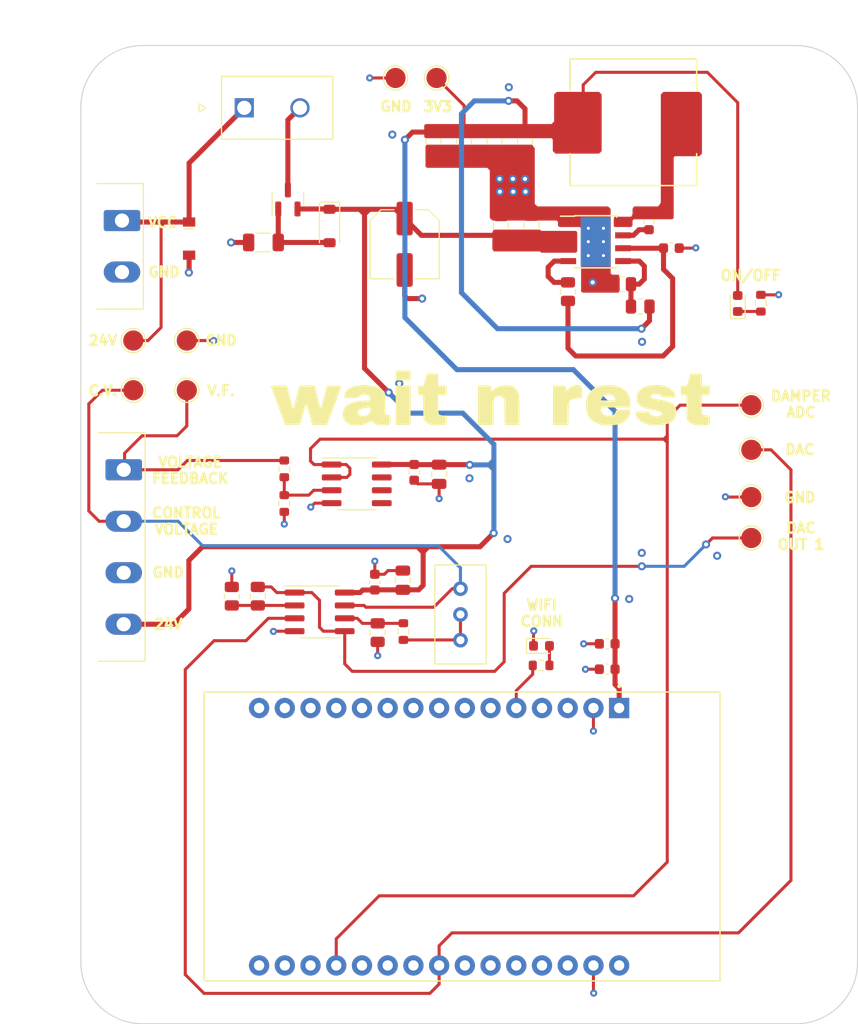
<source format=kicad_pcb>
(kicad_pcb (version 20221018) (generator pcbnew)
  (layers (0 "F.Cu" signal) (1 "In1.Cu" power) (2 "In2.Cu" power) (31 "B.Cu" signal) (34 "B.Paste" user) (35 "F.Paste" user) (36 "B.SilkS" user "B.Silkscreen") (37 "F.SilkS" user "F.Silkscreen") (38 "B.Mask" user) (39 "F.Mask" user) (44 "Edge.Cuts" user))
  (net 0 "")
  (net 1 "+24V")
  (net 2 "GND")
  (net 3 "Net-(U100-VCC)")
  (net 4 "Net-(U100-SW)")
  (net 5 "Net-(U100-BOOT)")
  (net 6 "+3V3")
  (net 7 "Net-(D101-A)")
  (net 8 "Net-(D102-K)")
  (net 9 "Net-(D200-A)")
  (net 10 "/POWER/V_INPUT")
  (net 11 "/POWER/switch")
  (net 12 "/MCU_Drivers/DAMPER_VOLTAGE")
  (net 13 "/MCU_Drivers/DAMPER_CONTROL_VOLTAGE")
  (net 14 "Net-(U100-PG)")
  (net 15 "Net-(U100-FB)")
  (net 16 "Net-(U200-D4)")
  (net 17 "Net-(U2A--)")
  (net 18 "/MCU_Drivers/DAC_OUT_1")
  (net 19 "Net-(U2B--)")
  (net 20 "Net-(R204-Pad2)")
  (net 21 "Net-(U3A-+)")
  (net 22 "/MCU_Drivers/DAC")
  (net 23 "/MCU_Drivers/DAMPER_ADC")
  (footprint "LOGO" (layer "F.Cu") (at 141.5796 81.4578)
    (fp_text reference "G***" hide)
    (fp_text value "LOGO" hide)
  )
  (footprint "MountingHole:MountingHole_3.2mm_M3" (layer "F.Cu") (at 171.45 53.0352)
    (fp_text reference "H2" hide)
    (fp_text value "MountingHole")
  )
  (footprint "TestPoint:TestPoint_Pad_D2.0mm" (layer "F.Cu") (at 106.299 75.692 180)
    (fp_text reference "TP101" hide)
    (fp_text value "TestPoint")
  )
  (footprint "Capacitor_SMD:C_0805_2012Metric" (layer "F.Cu") (at 142.5956 64.3636 90)
    (fp_text reference "C102" hide)
    (fp_text value "220n")
  )
  (footprint "Connector_Phoenix_MSTB:PhoenixContact_MSTBA_2,5_4-G-5,08_1x04_P5.08mm_Horizontal" (layer "F.Cu") (at 105.3514 88.4428 -90)
    (fp_text reference "J200" hide)
    (fp_text value "Damper_Conn")
  )
  (footprint "Resistor_SMD:R_0603_1608Metric" (layer "F.Cu") (at 168.275 72.009 -90)
    (fp_text reference "R104" hide)
    (fp_text value "1k")
  )
  (footprint "Capacitor_SMD:C_0805_2012Metric" (layer "F.Cu") (at 132.9182 99.3394 -90)
    (fp_text reference "C202" hide)
    (fp_text value "10u")
  )
  (footprint "TestPoint:TestPoint_Pad_D2.0mm" (layer "F.Cu") (at 167.3352 86.4756)
    (fp_text reference "TP201" hide)
    (fp_text value "TestPoint")
  )
  (footprint "Resistor_SMD:R_0603_1608Metric" (layer "F.Cu") (at 132.969 104.4072 -90)
    (fp_text reference "R204" hide)
    (fp_text value "1K")
  )
  (footprint "Resistor_SMD:R_0805_2012Metric" (layer "F.Cu") (at 149.225 70.866 -90)
    (fp_text reference "R101" hide)
    (fp_text value "100k")
  )
  (footprint "MountingHole:MountingHole_3.2mm_M3" (layer "F.Cu") (at 107.315 53.0352)
    (fp_text reference "H1" hide)
    (fp_text value "MountingHole")
  )
  (footprint "TestPoint:TestPoint_Pad_D2.0mm" (layer "F.Cu") (at 111.5822 75.692 180)
    (fp_text reference "TP100" hide)
    (fp_text value "TestPoint")
  )
  (footprint "Resistor_SMD:R_0805_2012Metric" (layer "F.Cu") (at 130.429 104.5088 90)
    (fp_text reference "R203" hide)
    (fp_text value "10K")
  )
  (footprint "Inductor_SMD_Jose:L_12.3x12.3" (layer "F.Cu") (at 155.5556 54.0258 180)
    (fp_text reference "L100" hide)
    (fp_text value "10u")
  )
  (footprint "Capacitor_SMD:C_0805_2012Metric" (layer "F.Cu") (at 136.4996 88.8868 90)
    (fp_text reference "C204" hide)
    (fp_text value "10u")
  )
  (footprint "Package_SO:SOIC-8_3.9x4.9mm_P1.27mm" (layer "F.Cu") (at 124.7028 102.4636)
    (fp_text reference "U2" hide)
    (fp_text value "LM358")
  )
  (footprint "TestPoint:TestPoint_Pad_D2.0mm" (layer "F.Cu") (at 132.1956 49.784 -90)
    (fp_text reference "TP103" hide)
    (fp_text value "TestPoint")
  )
  (footprint "Capacitor_SMD:C_0805_2012Metric" (layer "F.Cu") (at 145.6182 64.3382 90)
    (fp_text reference "C101" hide)
    (fp_text value "10u")
  )
  (footprint "Capacitor_SMD:C_0603_1608Metric" (layer "F.Cu") (at 157.226 63.9826 -90)
    (fp_text reference "C104" hide)
    (fp_text value "0.1u")
  )
  (footprint "Package_TO_SOT_SMD:SOT-23" (layer "F.Cu") (at 121.5644 61.7728 90)
    (fp_text reference "Q100" hide)
    (fp_text value "WST4045")
  )
  (footprint "Molex_39281023:MOLEX_39281023" (layer "F.Cu") (at 117.2582 52.7304 90)
    (fp_text reference "J101" hide)
    (fp_text value "SWITCH ON/OFF")
  )
  (footprint "ESP32:MODULE_ESP32_DEVKIT_V1" (layer "F.Cu") (at 138.7656 124.6506 -90)
    (fp_text reference "U200" hide)
    (fp_text value "ESP32-DEVKIT-V1")
  )
  (footprint "Package_SO:SOIC-8_3.9x4.9mm_P1.27mm" (layer "F.Cu") (at 128.3604 89.8312)
    (fp_text reference "U3" hide)
    (fp_text value "LM358")
  )
  (footprint "MountingHole:MountingHole_3.2mm_M3" (layer "F.Cu") (at 171.45 136.7282)
    (fp_text reference "H3" hide)
    (fp_text value "MountingHole")
  )
  (footprint "Resistor_SMD:R_0805_2012Metric" (layer "F.Cu") (at 156.3624 72.3392 180)
    (fp_text reference "R102" hide)
    (fp_text value "100k")
  )
  (footprint "Resistor_SMD:R_0805_2012Metric" (layer "F.Cu") (at 116.0272 100.9161 -90)
    (fp_text reference "R201" hide)
    (fp_text value "15k")
  )
  (footprint "Capacitor_SMD:C_0603_1608Metric" (layer "F.Cu") (at 153.0988 108.1232 180)
    (fp_text reference "C200" hide)
    (fp_text value "100n")
  )
  (footprint "Capacitor_SMD:C_0805_2012Metric" (layer "F.Cu") (at 135.9532 56.073 90)
    (fp_text reference "C105" hide)
    (fp_text value "22u")
  )
  (footprint "Capacitor_SMD:C_0603_1608Metric" (layer "F.Cu") (at 130.1496 99.5296 90)
    (fp_text reference "C203" hide)
    (fp_text value "100n")
  )
  (footprint "LED_SMD:LED_0603_1608Metric" (layer "F.Cu") (at 146.6098 105.8164)
    (fp_text reference "D200" hide)
    (fp_text value "GREEN")
  )
  (footprint "TestPoint:TestPoint_Pad_D2.0mm" (layer "F.Cu") (at 106.299 80.5942)
    (fp_text reference "TP203" hide)
    (fp_text value "TestPoint")
  )
  (footprint "Capacitor_SMD:C_0805_2012Metric" (layer "F.Cu") (at 141.9732 56.073 90)
    (fp_text reference "C107" hide)
    (fp_text value "22u")
  )
  (footprint "TestPoint:TestPoint_Pad_D2.0mm" (layer "F.Cu") (at 136.2456 49.784 -90)
    (fp_text reference "TP102" hide)
    (fp_text value "TestPoint")
  )
  (footprint "Capacitor_SMD:C_0603_1608Metric" (layer "F.Cu") (at 153.0988 105.6132 180)
    (fp_text reference "C201" hide)
    (fp_text value "10u")
  )
  (footprint "Capacitor_SMD:C_0603_1608Metric" (layer "F.Cu") (at 159.4358 66.5734 180)
    (fp_text reference "C103" hide)
    (fp_text value "1u")
  )
  (footprint "Potentiometer_THT:Potentiometer_Bourns_3296W_Vertical" (layer "F.Cu") (at 138.6078 100.1776 90)
    (fp_text reference "RV200" hide)
    (fp_text value "10K")
  )
  (footprint "Resistor_SMD:R_0805_2012Metric" (layer "F.Cu") (at 118.5926 100.9161 90)
    (fp_text reference "R202" hide)
    (fp_text value "10k")
  )
  (footprint "Capacitor_SMD:C_0805_2012Metric" (layer "F.Cu") (at 138.9632 56.073 90)
    (fp_text reference "C106" hide)
    (fp_text value "22u")
  )
  (footprint "TestPoint:TestPoint_Pad_D2.0mm" (layer "F.Cu") (at 167.3352 95.1738)
    (fp_text reference "TP202" hide)
    (fp_text value "TestPoint")
  )
  (footprint "Resistor_SMD:R_0805_2012Metric" (layer "F.Cu") (at 154.5336 70.1294 180)
    (fp_text reference "R103" hide)
    (fp_text value "43.2k")
  )
  (footprint "Resistor_SMD:R_0603_1608Metric" (layer "F.Cu") (at 121.2088 91.7702 90)
    (fp_text reference "R206" hide)
    (fp_text value "1K")
  )
  (footprint "Diode_SMD:D_SOD-123" (layer "F.Cu") (at 125.6792 64.39 -90)
    (fp_text reference "D101" hide)
    (fp_text value "MMSZ4697T1G")
  )
  (footprint "MountingHole:MountingHole_3.2mm_M3" (layer "F.Cu") (at 107.315 136.7282)
    (fp_text reference "H4" hide)
    (fp_text value "MountingHole")
  )
  (footprint "Connector_Phoenix_MSTB:PhoenixContact_MSTBA_2,5_2-G-5,08_1x02_P5.08mm_Horizontal" (layer "F.Cu") (at 105.1814 63.8556 -90)
    (fp_text reference "J100" hide)
    (fp_text value "VCC INPUT")
  )
  (footprint "LED_SMD:LED_0603_1608Metric" (layer "F.Cu") (at 165.989 72.0344 90)
    (fp_text reference "D102" hide)
    (fp_text value "GREEN")
  )
  (footprint "Package_SO:Texas_HSOP-8-1EP_3.9x4.9mm_P1.27mm_ThermalVias" (layer "F.Cu") (at 151.9578 65.9488)
    (fp_text reference "U100" hide)
    (fp_text value "LMR33620ADDA")
  )
  (footprint "Capacitor_SMD:C_Elec_6.3x5.4" (layer "F.Cu") (at 133.096 66.1924 -90)
    (fp_text reference "C100" hide)
    (fp_text value "22u")
  )
  (footprint "Capacitor_SMD:C_0603_1608Metric" (layer "F.Cu") (at 134.0358 88.6966 -90)
    (fp_text reference "C205" hide)
    (fp_text value "100n")
  )
  (footprint "SOD_123FL:SOD_123FL" (layer "F.Cu") (at 111.8108 65.7606 -90)
    (fp_text reference "D100" hide)
    (fp_text value "SMF24A-TP")
  )
  (footprint "Resistor_SMD:R_0603_1608Metric" (layer "F.Cu") (at 121.2088 88.3534 90)
    (fp_text reference "R205" hide)
    (fp_text value "1K")
  )
  (footprint "TestPoint:TestPoint_Pad_D2.0mm" (layer "F.Cu") (at 167.3352 82.0674)
    (fp_text reference "TP205" hide)
    (fp_text value "TestPoint")
  )
  (footprint "Capacitor_SMD:C_0805_2012Metric" (layer "F.Cu") (at 144.9832 56.073 90)
    (fp_text reference "C108" hide)
    (fp_text value "22u")
  )
  (footprint "Resistor_SMD:R_0603_1608Metric" (layer "F.Cu") (at 146.5712 107.7468)
    (fp_text reference "R200" hide)
    (fp_text value "1k")
  )
  (footprint "TestPoint:TestPoint_Pad_D2.0mm" (layer "F.Cu") (at 167.3352 91.1352)
    (fp_text reference "TP200" hide)
    (fp_text value "TestPoint")
  )
  (footprint "TestPoint:TestPoint_Pad_D2.0mm" (layer "F.Cu") (at 111.5822 80.5942)
    (fp_text reference "TP204" hide)
    (fp_text value "TestPoint")
  )
  (footprint "Resistor_SMD:R_1206_3216Metric" (layer "F.Cu") (at 119.1514 66.0146 180)
    (fp_text reference "R100" hide)
    (fp_text value "100K")
  )
  (gr_arc (start 107.2134 143.1036) (mid 102.902877 141.318123) (end 101.1174 137.0076) (stroke (width 0.1)) (layer "Edge.Cuts"))
  (gr_arc (start 101.1174 52.6796) (mid 102.902877 48.369077) (end 107.2134 46.5836) (stroke (width 0.1)) (layer "Edge.Cuts"))
  (gr_line (start 177.8254 52.6796) (end 177.8254 137.0076) (stroke (width 0.1)) (layer "Edge.Cuts"))
  (gr_arc (start 171.7294 46.5836) (mid 176.039923 48.369077) (end 177.8254 52.6796) (stroke (width 0.1)) (layer "Edge.Cuts"))
  (gr_line (start 101.1174 52.6796) (end 101.1174 137.0076) (stroke (width 0.1)) (layer "Edge.Cuts"))
  (gr_line (start 107.2134 143.1036) (end 171.7294 143.1036) (stroke (width 0.1)) (layer "Edge.Cuts"))
  (gr_arc (start 177.8254 137.0076) (mid 176.039923 141.318123) (end 171.7294 143.1036) (stroke (width 0.1)) (layer "Edge.Cuts"))
  (gr_line (start 107.2134 46.5836) (end 171.7294 46.5836) (stroke (width 0.1)) (layer "Edge.Cuts"))
  (gr_text "GND" (at 108.0516 99.1616) (layer "F.SilkS") (effects (font (size 1 1) (thickness 0.25) bold) (justify left bottom)))
  (gr_text "3V3" (at 134.8232 53.1876) (layer "F.SilkS") (effects (font (size 1 1) (thickness 0.25) bold) (justify left bottom)))
  (gr_text "V.F." (at 113.474476 81.2292) (layer "F.SilkS") (effects (font (size 1 1) (thickness 0.25) bold) (justify left bottom)))
  (gr_text "CONTROL\nVOLTAGE" (at 111.5314 94.8944) (layer "F.SilkS") (effects (font (size 1 1) (thickness 0.25) bold) (justify bottom)))
  (gr_text "C.V." (at 101.727 81.2292) (layer "F.SilkS") (effects (font (size 1 1) (thickness 0.25) bold) (justify left bottom)))
  (gr_text "WIFI\nCONN" (at 146.6342 103.9876) (layer "F.SilkS") (effects (font (size 1 1) (thickness 0.25) bold) (justify bottom)))
  (gr_text "VOLTAGE\nFEEDBACK" (at 111.9124 89.8906) (layer "F.SilkS") (effects (font (size 1 1) (thickness 0.25) bold) (justify bottom)))
  (gr_text "DAC" (at 170.533829 87.0458) (layer "F.SilkS") (effects (font (size 1 1) (thickness 0.25) bold) (justify left bottom)))
  (gr_text "24V" (at 108.204 104.267) (layer "F.SilkS") (effects (font (size 1 1) (thickness 0.25) bold) (justify left bottom)))
  (gr_text "GND" (at 130.556 53.1876) (layer "F.SilkS") (effects (font (size 1 1) (thickness 0.25) bold) (justify left bottom)))
  (gr_text "VCC" (at 107.6198 64.643) (layer "F.SilkS") (effects (font (size 1 1) (thickness 0.25) bold) (justify left bottom)))
  (gr_text "DAC\nOUT 1" (at 172.2374 96.393) (layer "F.SilkS") (effects (font (size 1 1) (thickness 0.25) bold) (justify bottom)))
  (gr_text "ON/OFF" (at 164.1602 69.85) (layer "F.SilkS") (effects (font (size 1 1) (thickness 0.25) bold) (justify left bottom)))
  (gr_text "24V" (at 101.750809 76.2762) (layer "F.SilkS") (effects (font (size 1 1) (thickness 0.25) bold) (justify left bottom)))
  (gr_text "GND" (at 107.6452 69.5198) (layer "F.SilkS") (effects (font (size 1 1) (thickness 0.25) bold) (justify left bottom)))
  (gr_text "DAMPER\nADC" (at 172.2374 83.3628) (layer "F.SilkS") (effects (font (size 1 1) (thickness 0.25) bold) (justify bottom)))
  (gr_text "GND" (at 170.438591 91.7702) (layer "F.SilkS") (effects (font (size 1 1) (thickness 0.25) bold) (justify left bottom)))
  (gr_text "GND" (at 113.284 76.2762) (layer "F.SilkS") (effects (font (size 1 1) (thickness 0.25) bold) (justify left bottom)))
  (segment (start 141.8844 94.6912) (end 140.5382 96.0374) (width 0.5) (layer "F.Cu") (net 1))
  (segment (start 134.9248 99.8474) (end 134.4828 100.2894) (width 0.5) (layer "F.Cu") (net 1))
  (segment (start 136.4996 87.9368) (end 134.051 87.9368) (width 0.5) (layer "F.Cu") (net 1))
  (segment (start 111.7854 102.1842) (end 110.2868 103.6828) (width 0.5) (layer "F.Cu") (net 1))
  (segment (start 139.4988 87.9368) (end 139.5222 87.9602) (width 0.5) (layer "F.Cu") (net 1))
  (segment (start 129.6162 62.74) (end 132.1811 62.74) (width 0.5) (layer "F.Cu") (net 1))
  (segment (start 134.366 96.0374) (end 134.8994 96.5708) (width 0.5) (layer "F.Cu") (net 1))
  (segment (start 134.9248 96.0374) (end 134.366 96.0374) (width 0.5) (layer "F.Cu") (net 1))
  (segment (start 134.9248 99.8474) (end 134.9248 96.5708) (width 0.5) (layer "F.Cu") (net 1))
  (segment (start 110.2868 103.6828) (end 105.4354 103.6828) (width 0.5) (layer "F.Cu") (net 1))
  (segment (start 111.7854 97.3836) (end 111.7854 102.1842) (width 0.5) (layer "F.Cu") (net 1))
  (segment (start 130.1496 100.3046) (end 128.9558 100.3046) (width 0.5) (layer "F.Cu") (net 1))
  (segment (start 128.6764 62.7634) (end 129.1336 63.2206) (width 0.5) (layer "F.Cu") (net 1))
  (segment (start 129.1336 63.2206) (end 129.1336 78.4352) (width 0.5) (layer "F.Cu") (net 1))
  (segment (start 129.1356 63.2206) (end 129.6162 62.74) (width 0.5) (layer "F.Cu") (net 1))
  (segment (start 140.5382 96.0374) (end 135.4328 96.0374) (width 0.5) (layer "F.Cu") (net 1))
  (segment (start 113.1316 96.0374) (end 111.7854 97.3836) (width 0.5) (layer "F.Cu") (net 1))
  (segment (start 128.6764 62.74) (end 128.6764 62.7634) (width 0.5) (layer "F.Cu") (net 1))
  (segment (start 122.5144 62.7103) (end 125.6495 62.7103) (width 0.5) (layer "F.Cu") (net 1))
  (segment (start 134.366 96.0374) (end 113.1316 96.0374) (width 0.5) (layer "F.Cu") (net 1))
  (segment (start 125.6495 62.7103) (end 125.6792 62.74) (width 0.5) (layer "F.Cu") (net 1))
  (segment (start 128.7018 100.5586) (end 127.1778 100.5586) (width 0.5) (layer "F.Cu") (net 1))
  (segment (start 128.6764 62.74) (end 129.1336 62.74) (width 0.5) (layer "F.Cu") (net 1))
  (segment (start 134.8994 96.5708) (end 135.4328 96.0374) (width 0.5) (layer "F.Cu") (net 1))
  (segment (start 128.9558 100.3046) (end 128.7018 100.5586) (width 0.5) (layer "F.Cu") (net 1))
  (segment (start 133.096 63.6549) (end 134.7547 65.3136) (width 0.5) (layer "F.Cu") (net 1))
  (segment (start 134.0358 87.9216) (end 130.84 87.9216) (width 0.5) (layer "F.Cu") (net 1))
  (segment (start 132.9182 100.2894) (end 130.1648 100.2894) (width 0.5) (layer "F.Cu") (net 1))
  (segment (start 130.84 87.9216) (end 130.8354 87.9262) (width 0.5) (layer "F.Cu") (net 1))
  (segment (start 134.7547 65.3136) (end 142.5956 65.3136) (width 0.5) (layer "F.Cu") (net 1))
  (segment (start 134.4828 100.2894) (end 132.9182 100.2894) (width 0.5) (layer "F.Cu") (net 1))
  (segment (start 136.4996 87.9368) (end 139.4988 87.9368) (width 0.5) (layer "F.Cu") (net 1))
  (segment (start 129.1336 63.2206) (end 129.1356 63.2206) (width 0.5) (layer "F.Cu") (net 1))
  (segment (start 134.8994 96.5708) (end 134.9248 96.5708) (width 0.5) (layer "F.Cu") (net 1))
  (segment (start 134.9248 96.5708) (end 134.9248 96.0374) (width 0.5) (layer "F.Cu") (net 1))
  (segment (start 129.1336 62.74) (end 129.6162 62.74) (width 0.5) (layer "F.Cu") (net 1))
  (segment (start 125.6792 62.74) (end 128.6764 62.74) (width 0.5) (layer "F.Cu") (net 1))
  (segment (start 132.1811 62.74) (end 133.096 63.6549) (width 0.5) (layer "F.Cu") (net 1))
  (segment (start 135.4328 96.0374) (end 134.9248 96.0374) (width 0.5) (layer "F.Cu") (net 1))
  (segment (start 134.051 87.9368) (end 134.0358 87.9216) (width 0.5) (layer "F.Cu") (net 1))
  (segment (start 129.1336 78.4352) (end 131.5212 80.8228) (width 0.5) (layer "F.Cu") (net 1))
  (segment (start 149.2322 65.2882) (end 149.2578 65.3138) (width 0.5) (layer "F.Cu") (net 1))
  (segment (start 130.1648 100.2894) (end 130.1496 100.3046) (width 0.5) (layer "F.Cu") (net 1))
  (segment (start 145.5928 65.3136) (end 145.6182 65.2882) (width 0.5) (layer "F.Cu") (net 1))
  (segment (start 129.1336 62.74) (end 129.1336 63.2206) (width 0.5) (layer "F.Cu") (net 1))
  (via (at 131.5212 80.8228) (size 0.8) (drill 0.4) (layers "F.Cu" "B.Cu") (net 1))
  (via (at 139.5222 87.9602) (size 0.8) (drill 0.4) (layers "F.Cu" "B.Cu") (net 1))
  (via (at 141.8844 94.6912) (size 0.8) (drill 0.4) (layers "F.Cu" "B.Cu") (net 1))
  (segment (start 141.9098 85.9282) (end 141.9098 87.503) (width 0.5) (layer "B.Cu") (net 1))
  (segment (start 141.9098 87.9348) (end 141.9098 88.4174) (width 0.5) (layer "B.Cu") (net 1))
  (segment (start 141.9098 87.503) (end 141.9098 87.9348) (width 0.5) (layer "B.Cu") (net 1))
  (segment (start 141.4526 87.9602) (end 141.9098 88.4174) (width 0.5) (layer "B.Cu") (net 1))
  (segment (start 141.9098 88.4174) (end 141.9098 94.6658) (width 0.5) (layer "B.Cu") (net 1))
  (segment (start 138.8364 82.8548) (end 141.9098 85.9282) (width 0.5) (layer "B.Cu") (net 1))
  (segment (start 141.4526 87.9602) (end 141.9098 87.503) (width 0.5) (layer "B.Cu") (net 1))
  (segment (start 141.4526 87.9602) (end 141.8844 87.9602) (width 0.5) (layer "B.Cu") (net 1))
  (segment (start 139.5222 87.9602) (end 141.4526 87.9602) (width 0.5) (layer "B.Cu") (net 1))
  (segment (start 131.5212 80.8228) (end 133.5532 82.8548) (width 0.5) (layer "B.Cu") (net 1))
  (segment (start 133.5532 82.8548) (end 138.8364 82.8548) (width 0.5) (layer "B.Cu") (net 1))
  (segment (start 141.9098 94.6658) (end 141.8844 94.6912) (width 0.5) (layer "B.Cu") (net 1))
  (segment (start 141.8844 87.9602) (end 141.9098 87.9348) (width 0.5) (layer "B.Cu") (net 1))
  (segment (start 134.0358 89.4716) (end 134.401 89.8368) (width 0.3) (layer "F.Cu") (net 2))
  (segment (start 133.096 68.7299) (end 133.096 71.2978) (width 0.5) (layer "F.Cu") (net 2))
  (segment (start 116.0272 100.0036) (end 116.0272 98.425) (width 0.3) (layer "F.Cu") (net 2))
  (segment (start 151.7396 140.0556) (end 151.765 140.081) (width 0.3) (layer "F.Cu") (net 2))
  (segment (start 145.8223 104.3677) (end 145.8468 104.3432) (width 0.3) (layer "F.Cu") (net 2))
  (segment (start 152.3238 108.1232) (end 150.9568 108.1232) (width 0.3) (layer "F.Cu") (net 2))
  (segment (start 121.2088 92.5952) (end 121.2088 93.8022) (width 0.3) (layer "F.Cu") (net 2))
  (segment (start 130.1496 98.7546) (end 131.09 98.7546) (width 0.3) (layer "F.Cu") (net 2))
  (segment (start 152.3238 105.6132) (end 150.7744 105.6132) (width 0.3) (layer "F.Cu") (net 2))
  (segment (start 120.1674 104.3686) (end 120.142 104.394) (width 0.3) (layer "F.Cu") (net 2))
  (segment (start 111.8108 68.961) (end 111.7854 68.9864) (width 0.5) (layer "F.Cu") (net 2))
  (segment (start 134.401 89.8368) (end 136.4996 89.8368) (width 0.3) (layer "F.Cu") (net 2))
  (segment (start 145.8223 105.8164) (end 145.8223 104.3677) (width 0.3) (layer "F.Cu") (net 2))
  (segment (start 170.0144 71.184) (end 170.0276 71.1708) (width 0.3) (layer "F.Cu") (net 2))
  (segment (start 167.3352 91.1352) (end 164.7952 91.1352) (width 0.3) (layer "F.Cu") (net 2))
  (segment (start 124.2146 91.7362) (end 123.825 92.1258) (width 0.3) (layer "F.Cu") (net 2))
  (segment (start 161.8234 66.5734) (end 161.8488 66.548) (width 0.3) (layer "F.Cu") (net 2))
  (segment (start 168.275 71.184) (end 170.0144 71.184) (width 0.3) (layer "F.Cu") (net 2))
  (segment (start 131.4552 98.3894) (end 132.9182 98.3894) (width 0.3) (layer "F.Cu") (net 2))
  (segment (start 151.7396 137.3632) (end 151.7396 140.0556) (width 0.3) (layer "F.Cu") (net 2))
  (segment (start 131.09 98.7546) (end 131.4552 98.3894) (width 0.3) (layer "F.Cu") (net 2))
  (segment (start 125.8854 91.7362) (end 124.2146 91.7362) (width 0.3) (layer "F.Cu") (net 2))
  (segment (start 122.2278 104.3686) (end 120.1674 104.3686) (width 0.3) (layer "F.Cu") (net 2))
  (segment (start 136.4996 89.8368) (end 136.4996 91.2876) (width 0.3) (layer "F.Cu") (net 2))
  (segment (start 133.096 71.2978) (end 133.35 71.5518) (width 0.5) (layer "F.Cu") (net 2))
  (segment (start 130.1496 98.7546) (end 130.1496 97.4598) (width 0.3) (layer "F.Cu") (net 2))
  (segment (start 150.9568 108.1232) (end 150.9522 108.1278) (width 0.3) (layer "F.Cu") (net 2))
  (segment (start 164.7952 91.1352) (end 164.7698 91.1098) (width 0.3) (layer "F.Cu") (net 2))
  (segment (start 160.2108 66.5734) (end 161.8234 66.5734) (width 0.3) (layer "F.Cu") (net 2))
  (segment (start 130.429 105.4213) (end 130.429 106.7816) (width 0.3) (layer "F.Cu") (net 2))
  (segment (start 132.1956 49.784) (end 129.6416 49.784) (width 0.3) (layer "F.Cu") (net 2))
  (segment (start 151.7396 111.9632) (end 151.7396 114.2238) (width 0.3) (layer "F.Cu") (net 2))
  (segment (start 111.8108 67.2686) (end 111.8108 68.961) (width 0.5) (layer "F.Cu") (net 2))
  (segment (start 133.35 71.5518) (end 134.8232 71.5518) (width 0.5) (layer "F.Cu") (net 2))
  (segment (start 117.6889 66.0146) (end 115.951 66.0146) (width 0.5) (layer "F.Cu") (net 2))
  (segment (start 111.5822 75.692) (end 114.2492 75.692) (width 0.3) (layer "F.Cu") (net 2))
  (via (at 121.2088 93.8022) (size 0.7) (drill 0.3) (layers "F.Cu" "B.Cu") (net 2))
  (via (at 134.8232 71.5518) (size 0.8) (drill 0.4) (layers "F.Cu" "B.Cu") (net 2))
  (via (at 143.8148 61.0108) (size 0.8) (drill 0.4) (layers "F.Cu" "B.Cu") (net 2))
  (via (at 145.034 61.0108) (size 0.8) (drill 0.4) (layers "F.Cu" "B.Cu") (net 2))
  (via (at 143.256 95.2754) (size 0.8) (drill 0.4) (layers "F.Cu" "B.Cu") (net 2))
  (via (at 164.7698 91.1098) (size 0.7) (drill 0.3) (layers "F.Cu" "B.Cu") (net 2))
  (via (at 156.5402 75.819) (size 0.8) (drill 0.4) (layers "F.Cu" "B.Cu") (net 2))
  (via (at 151.2316 64.6176) (size 0.7) (drill 0.3) (layers "F.Cu" "B.Cu") (net 2))
  (via (at 132.5626 79.9338) (size 0.8) (drill 0.4) (layers "F.Cu" "B.Cu") (net 2))
  (via (at 151.7396 114.2238) (size 0.7) (drill 0.3) (layers "F.Cu" "B.Cu") (net 2))
  (via (at 161.8488 66.548) (size 0.7) (drill 0.3) (layers "F.Cu" "B.Cu") (net 2))
  (via (at 156.5148 96.647) (size 0.8) (drill 0.4) (layers "F.Cu" "B.Cu") (net 2))
  (via (at 151.2316 67.31) (size 0.7) (drill 0.3) (layers "F.Cu" "B.Cu") (net 2))
  (via (at 136.4996 91.2876) (size 0.7) (drill 0.3) (layers "F.Cu" "B.Cu") (net 2))
  (via (at 144.9832 59.7408) (size 0.8) (drill 0.4) (layers "F.Cu" "B.Cu") (net 2))
  (via (at 152.7302 67.31) (size 0.7) (drill 0.3) (layers "F.Cu" "B.Cu") (net 2))
  (via (at 151.2316 65.9384) (size 0.7) (drill 0.3) (layers "F.Cu" "B.Cu") (net 2))
  (via (at 170.0276 71.1708) (size 0.7) (drill 0.3) (layers "F.Cu" "B.Cu") (net 2))
  (via (at 155.2702 101.1936) (size 0.8) (drill 0.4) (layers "F.Cu" "B.Cu") (net 2))
  (via (at 143.383 50.6984) (size 0.8) (drill 0.4) (layers "F.Cu" "B.Cu") (net 2))
  (via (at 130.429 106.7816) (size 0.7) (drill 0.3) (layers "F.Cu" "B.Cu") (net 2))
  (via (at 152.7302 65.9384) (size 0.7) (drill 0.3) (layers "F.Cu" "B.Cu") (net 2))
  (via (at 139.4968 89.281) (size 0.8) (drill 0.4) (layers "F.Cu" "B.Cu") (net 2))
  (via (at 120.142 104.394) (size 0.7) (drill 0.3) (layers "F.Cu" "B.Cu") (net 2))
  (via (at 142.494 61.0108) (size 0.8) (drill 0.4) (layers "F.Cu" "B.Cu") (net 2))
  (via (at 142.4686 59.7408) (size 0.8) (drill 0.4) (layers "F.Cu" "B.Cu") (net 2))
  (via (at 143.7894 59.7408) (size 0.8) (drill 0.4) (layers "F.Cu" "B.Cu") (net 2))
  (via (at 150.9522 108.1278) (size 0.7) (drill 0.3) (layers "F.Cu" "B.Cu") (net 2))
  (via (at 114.2492 75.692) (size 0.7) (drill 0.3) (layers "F.Cu" "B.Cu") (net 2))
  (via (at 130.1496 97.4598) (size 0.7) (drill 0.3) (layers "F.Cu" "B.Cu") (net 2))
  (via (at 145.8468 104.3432) (size 0.7) (drill 0.3) (layers "F.Cu" "B.Cu") (net 2))
  (via (at 111.7854 68.9864) (size 0.8) (drill 0.4) (layers "F.Cu" "B.Cu") (net 2))
  (via (at 131.8768 55.372) (size 0.8) (drill 0.4) (layers "F.Cu" "B.Cu") (net 2))
  (via (at 151.6634 69.9516) (size 0.8) (drill 0.4) (layers "F.Cu" "B.Cu") (net 2))
  (via (at 151.765 140.081) (size 0.7) (drill 0.3) (layers "F.Cu" "B.Cu") (net 2))
  (via (at 115.951 66.0146) (size 0.8) (drill 0.4) (layers "F.Cu" "B.Cu") (net 2))
  (via (at 123.825 92.1258) (size 0.7) (drill 0.3) (layers "F.Cu" "B.Cu") (net 2))
  (via (at 129.6416 49.784) (size 0.7) (drill 0.3) (layers "F.Cu" "B.Cu") (net 2))
  (via (at 152.7302 64.6176) (size 0.7) (drill 0.3) (layers "F.Cu" "B.Cu") (net 2))
  (via (at 163.957 96.9264) (size 0.8) (drill 0.4) (layers "F.Cu" "B.Cu") (net 2))
  (via (at 116.0272 98.425) (size 0.7) (drill 0.3) (layers "F.Cu" "B.Cu") (net 2))
  (via (at 150.7744 105.6132) (size 0.7) (drill 0.3) (layers "F.Cu" "B.Cu") (net 2))
  (segment (start 149.225 76.454) (end 149.987 77.216) (width 0.5) (layer "F.Cu") (net 3))
  (segment (start 149.225 71.7785) (end 149.225 76.454) (width 0.5) (layer "F.Cu") (net 3))
  (segment (start 158.6504 66.5838) (end 158.6608 66.5734) (width 0.5) (layer "F.Cu") (net 3))
  (segment (start 159.5628 76.2762) (end 159.5628 69.5706) (width 0.5) (layer "F.Cu") (net 3))
  (segment (start 158.623 77.216) (end 159.5628 76.2762) (width 0.5) (layer "F.Cu") (net 3))
  (segment (start 149.987 77.216) (end 158.623 77.216) (width 0.5) (layer "F.Cu") (net 3))
  (segment (start 158.6608 68.6686) (end 158.6608 66.5734) (width 0.5) (layer "F.Cu") (net 3))
  (segment (start 159.5628 69.5706) (end 158.6608 68.6686) (width 0.5) (layer "F.Cu") (net 3))
  (segment (start 154.6578 66.5838) (end 158.6504 66.5838) (width 0.5) (layer "F.Cu") (net 3))
  (segment (start 155.6916 65.3138) (end 156.2478 64.7576) (width 0.5) (layer "F.Cu") (net 5))
  (segment (start 156.2478 64.7576) (end 157.226 64.7576) (width 0.5) (layer "F.Cu") (net 5))
  (segment (start 154.6578 65.3138) (end 155.6916 65.3138) (width 0.5) (layer "F.Cu") (net 5))
  (segment (start 135.9532 55.123) (end 133.8784 55.123) (width 0.5) (layer "F.Cu") (net 6))
  (segment (start 153.8738 108.1232) (end 153.8738 109.627) (width 0.5) (layer "F.Cu") (net 6))
  (segment (start 138.9632 52.5016) (end 138.9632 55.123) (width 0.3) (layer "F.Cu") (net 6))
  (segment (start 144.1958 52.0446) (end 144.9832 52.832) (width 0.5) (layer "F.Cu") (net 6))
  (segment (start 153.8738 109.627) (end 154.2796 110.0328) (width 0.5) (layer "F.Cu") (net 6))
  (segment (start 157.2749 73.7381) (end 156.4894 74.5236) (width 0.5) (layer "F.Cu") (net 6))
  (segment (start 150.7296 54.1528) (end 150.7296 50.4638) (width 0.3) (layer "F.Cu") (net 6))
  (segment (start 144.9832 52.832) (end 144.9832 55.123) (width 0.5) (layer "F.Cu") (net 6))
  (segment (start 133.8784 55.123) (end 133.1214 55.88) (width 0.5) (layer "F.Cu") (net 6))
  (segment (start 165.989 52.2224) (end 165.989 71.2469) (width 0.3) (layer "F.Cu") (net 6))
  (segment (start 157.2749 72.3392) (end 157.2749 73.7381) (width 0.5) (layer "F.Cu") (net 6))
  (segment (start 153.8732 101.1174) (end 153.8732 105.6126) (width 0.5) (layer "F.Cu") (net 6))
  (segment (start 153.8738 105.6132) (end 153.8738 108.1232) (width 0.5) (layer "F.Cu") (net 6))
  (segment (start 153.8732 105.6126) (end 153.8738 105.6132) (width 0.5) (layer "F.Cu") (net 6))
  (segment (start 154.2796 110.0328) (end 154.2796 111.9632) (width 0.5) (layer "F.Cu") (net 6))
  (segment (start 162.9918 49.2252) (end 165.989 52.2224) (width 0.3) (layer "F.Cu") (net 6))
  (segment (start 150.7296 50.4638) (end 151.9682 49.2252) (width 0.3) (layer "F.Cu") (net 6))
  (segment (start 136.2456 49.784) (end 138.9632 52.5016) (width 0.3) (layer "F.Cu") (net 6))
  (segment (start 143.3576 52.0446) (end 144.1958 52.0446) (width 0.5) (layer "F.Cu") (net 6))
  (segment (start 151.9682 49.2252) (end 162.9918 49.2252) (width 0.3) (layer "F.Cu") (net 6))
  (via (at 156.4894 74.5236) (size 0.8) (drill 0.4) (layers "F.Cu" "B.Cu") (net 6))
  (via (at 133.1214 55.88) (size 0.8) (drill 0.4) (layers "F.Cu" "B.Cu") (net 6))
  (via (at 153.8732 101.1174) (size 0.8) (drill 0.4) (layers "F.Cu" "B.Cu") (net 6))
  (via (at 143.3576 52.0446) (size 0.8) (drill 0.4) (layers "F.Cu" "B.Cu") (net 6))
  (segment (start 140.2334 72.4916) (end 138.7094 70.9676) (width 0.5) (layer "B.Cu") (net 6))
  (segment (start 156.4894 74.5236) (end 142.2654 74.5236) (width 0.5) (layer "B.Cu") (net 6))
  (segment (start 139.9794 52.0446) (end 143.3576 52.0446) (width 0.5) (layer "B.Cu") (net 6))
  (segment (start 149.7584 78.5622) (end 153.8732 82.677) (width 0.5) (layer "B.Cu") (net 6))
  (segment (start 138.7094 70.9676) (end 138.7094 53.3146) (width 0.5) (layer "B.Cu") (net 6))
  (segment (start 133.1214 73.4314) (end 138.2522 78.5622) (width 0.5) (layer "B.Cu") (net 6))
  (segment (start 133.1214 55.88) (end 133.1214 73.4314) (width 0.5) (layer "B.Cu") (net 6))
  (segment (start 142.2654 74.5236) (end 140.2334 72.4916) (width 0.5) (layer "B.Cu") (net 6))
  (segment (start 138.7094 53.3146) (end 139.9794 52.0446) (width 0.5) (layer "B.Cu") (net 6))
  (segment (start 138.2522 78.5622) (end 149.7584 78.5622) (width 0.5) (layer "B.Cu") (net 6))
  (segment (start 153.8732 82.677) (end 153.8732 101.1174) (width 0.5) (layer "B.Cu") (net 6))
  (segment (start 125.6538 66.0146) (end 125.6792 66.04) (width 0.5) (layer "F.Cu") (net 7))
  (segment (start 120.6144 62.7103) (end 120.6144 66.0141) (width 0.5) (layer "F.Cu") (net 7))
  (segment (start 120.6139 66.0146) (end 125.6538 66.0146) (width 0.5) (layer "F.Cu") (net 7))
  (segment (start 120.6144 66.0141) (end 120.6139 66.0146) (width 0.5) (layer "F.Cu") (net 7))
  (segment (start 165.989 72.8219) (end 168.2629 72.8219) (width 0.3) (layer "F.Cu") (net 8))
  (segment (start 168.2629 72.8219) (end 168.275 72.834) (width 0.3) (layer "F.Cu") (net 8))
  (segment (start 147.3962 107.7468) (end 147.3962 105.8175) (width 0.3) (layer "F.Cu") (net 9))
  (segment (start 147.3962 105.8175) (end 147.3973 105.8164) (width 0.3) (layer "F.Cu") (net 9))
  (segment (start 111.8108 63.9986) (end 111.8108 58.1778) (width 0.5) (layer "F.Cu") (net 10))
  (segment (start 111.8108 58.1778) (end 117.2582 52.7304) (width 0.5) (layer "F.Cu") (net 10))
  (segment (start 109.0422 64.4144) (end 109.0422 64.3796) (width 0.3) (layer "F.Cu") (net 10))
  (segment (start 109.0422 74.3966) (end 109.0422 64.4144) (width 0.3) (layer "F.Cu") (net 10))
  (segment (start 105.3244 63.9986) (end 108.6612 63.9986) (width 0.5) (layer "F.Cu") (net 10))
  (segment (start 109.0422 63.9986) (end 109.4232 63.9986) (width 0.5) (layer "F.Cu") (net 10))
  (segment (start 105.1814 63.8556) (end 105.3244 63.9986) (width 0.5) (layer "F.Cu") (net 10))
  (segment (start 109.0422 64.3796) (end 109.4232 63.9986) (width 0.3) (layer "F.Cu") (net 10))
  (segment (start 109.4232 63.9986) (end 111.8108 63.9986) (width 0.5) (layer "F.Cu") (net 10))
  (segment (start 109.0422 64.4144) (end 109.0422 63.9986) (width 0.3) (layer "F.Cu") (net 10))
  (segment (start 109.0422 64.3796) (end 108.6612 63.9986) (width 0.3) (layer "F.Cu") (net 10))
  (segment (start 106.299 75.692) (end 107.7468 75.692) (width 0.3) (layer "F.Cu") (net 10))
  (segment (start 107.7468 75.692) (end 109.0422 74.3966) (width 0.3) (layer "F.Cu") (net 10))
  (segment (start 108.6612 63.9986) (end 109.0422 63.9986) (width 0.5) (layer "F.Cu") (net 10))
  (segment (start 121.5644 60.8353) (end 121.5644 53.9242) (width 0.5) (layer "F.Cu") (net 11))
  (segment (start 121.5644 53.9242) (end 122.7582 52.7304) (width 0.5) (layer "F.Cu") (net 11))
  (segment (start 111.633 87.5284) (end 121.2088 87.5284) (width 0.3) (layer "F.Cu") (net 12))
  (segment (start 107.1626 85.09) (end 110.617 85.09) (width 0.3) (layer "F.Cu") (net 12))
  (segment (start 105.4354 86.8172) (end 107.1626 85.09) (width 0.3) (layer "F.Cu") (net 12))
  (segment (start 111.5822 84.1248) (end 111.5822 80.5942) (width 0.3) (layer "F.Cu") (net 12))
  (segment (start 110.617 85.09) (end 111.5822 84.1248) (width 0.3) (layer "F.Cu") (net 12))
  (segment (start 105.4354 88.4428) (end 110.7186 88.4428) (width 0.3) (layer "F.Cu") (net 12))
  (segment (start 105.4354 88.4428) (end 105.4354 86.8172) (width 0.3) (layer "F.Cu") (net 12))
  (segment (start 110.7186 88.4428) (end 111.633 87.5284) (width 0.3) (layer "F.Cu") (net 12))
  (segment (start 106.299 80.5942) (end 103.251 80.5942) (width 0.3) (layer "F.Cu") (net 13))
  (segment (start 129.2606 102.0064) (end 135.9662 102.0064) (width 0.3) (layer "F.Cu") (net 13))
  (segment (start 129.0828 101.8286) (end 129.2606 102.0064) (width 0.3) (layer "F.Cu") (net 13))
  (segment (start 101.9048 92.5068) (end 102.9208 93.5228) (width 0.3) (layer "F.Cu") (net 13))
  (segment (start 127.1778 101.8286) (end 129.0828 101.8286) (width 0.3) (layer "F.Cu") (net 13))
  (segment (start 101.9048 81.9404) (end 101.9048 92.5068) (width 0.3) (layer "F.Cu") (net 13))
  (segment (start 103.251 80.5942) (end 101.9048 81.9404) (width 0.3) (layer "F.Cu") (net 13))
  (segment (start 137.795 100.1776) (end 138.6078 100.1776) (width 0.3) (layer "F.Cu") (net 13))
  (segment (start 135.9662 102.0064) (end 137.795 100.1776) (width 0.3) (layer "F.Cu") (net 13))
  (segment (start 102.9208 93.5228) (end 105.4354 93.5228) (width 0.3) (layer "F.Cu") (net 13))
  (segment (start 113.1316 95.9358) (end 136.4234 95.9358) (width 0.3) (layer "B.Cu") (net 13))
  (segment (start 138.6078 98.1202) (end 138.6078 100.1776) (width 0.3) (layer "B.Cu") (net 13))
  (segment (start 136.4234 95.9358) (end 138.6078 98.1202) (width 0.3) (layer "B.Cu") (net 13))
  (segment (start 110.7186 93.5228) (end 113.1316 95.9358) (width 0.3) (layer "B.Cu") (net 13))
  (segment (start 105.4354 93.5228) (end 110.7186 93.5228) (width 0.3) (layer "B.Cu") (net 13))
  (segment (start 147.8553 69.9535) (end 149.225 69.9535) (width 0.5) (layer "F.Cu") (net 14))
  (segment (start 147.2692 68.453) (end 147.2692 69.3674) (width 0.5) (layer "F.Cu") (net 14))
  (segment (start 147.2692 69.3674) (end 147.8553 69.9535) (width 0.5) (layer "F.Cu") (net 14))
  (segment (start 149.2578 67.8538) (end 147.8684 67.8538) (width 0.5) (layer "F.Cu") (net 14))
  (segment (start 147.8684 67.8538) (end 147.2692 68.453) (width 0.5) (layer "F.Cu") (net 14))
  (segment (start 156.2712 67.8538) (end 156.7688 68.3514) (width 0.5) (layer "F.Cu") (net 15))
  (segment (start 155.4461 72.3354) (end 155.4499 72.3392) (width 0.5) (layer "F.Cu") (net 15))
  (segment (start 155.4461 70.1294) (end 155.4461 72.3354) (width 0.5) (layer "F.Cu") (net 15))
  (segment (start 156.7688 69.6214) (end 156.2608 70.1294) (width 0.5) (layer "F.Cu") (net 15))
  (segment (start 156.2608 70.1294) (end 155.4461 70.1294) (width 0.5) (layer "F.Cu") (net 15))
  (segment (start 154.6578 67.8538) (end 156.2712 67.8538) (width 0.5) (layer "F.Cu") (net 15))
  (segment (start 156.7688 68.3514) (end 156.7688 69.6214) (width 0.5) (layer "F.Cu") (net 15))
  (segment (start 145.7462 108.6094) (end 145.7462 107.7468) (width 0.3) (layer "F.Cu") (net 16))
  (segment (start 144.1196 110.236) (end 145.7462 108.6094) (width 0.3) (layer "F.Cu") (net 16))
  (segment (start 144.1196 111.9632) (end 144.1196 110.236) (width 0.3) (layer "F.Cu") (net 16))
  (segment (start 118.5926 101.8286) (end 116.0272 101.8286) (width 0.3) (layer "F.Cu") (net 17))
  (segment (start 122.2278 101.8286) (end 118.5926 101.8286) (width 0.3) (layer "F.Cu") (net 17))
  (segment (start 145.5928 97.9678) (end 156.5148 97.9678) (width 0.3) (layer "F.Cu") (net 18))
  (segment (start 124.6886 103.9876) (end 125.0696 104.3686) (width 0.3) (layer "F.Cu") (net 18))
  (segment (start 125.0696 104.3686) (end 127.1778 104.3686) (width 0.3) (layer "F.Cu") (net 18))
  (segment (start 141.986 108.331) (end 142.9258 107.3912) (width 0.3) (layer "F.Cu") (net 18))
  (segment (start 127.1778 104.3686) (end 127.1778 107.5944) (width 0.3) (layer "F.Cu") (net 18))
  (segment (start 120.4722 100.5586) (end 119.9172 100.0036) (width 0.3) (layer "F.Cu") (net 18))
  (segment (start 127.9144 108.331) (end 141.986 108.331) (width 0.3) (layer "F.Cu") (net 18))
  (segment (start 142.9258 107.3912) (end 142.9258 100.6348) (width 0.3) (layer "F.Cu") (net 18))
  (segment (start 123.9266 100.5586) (end 124.6886 101.3206) (width 0.3) (layer "F.Cu") (net 18))
  (segment (start 127.1778 107.5944) (end 127.9144 108.331) (width 0.3) (layer "F.Cu") (net 18))
  (segment (start 124.6886 101.3206) (end 124.6886 103.9876) (width 0.3) (layer "F.Cu") (net 18))
  (segment (start 162.8648 95.8088) (end 163.4998 95.1738) (width 0.3) (layer "F.Cu") (net 18))
  (segment (start 142.9258 100.6348) (end 143.9672 99.5934) (width 0.3) (layer "F.Cu") (net 18))
  (segment (start 163.4998 95.1738) (end 167.3352 95.1738) (width 0.3) (layer "F.Cu") (net 18))
  (segment (start 122.2278 100.5586) (end 123.9266 100.5586) (width 0.3) (layer "F.Cu") (net 18))
  (segment (start 122.2278 100.5586) (end 120.4722 100.5586) (width 0.3) (layer "F.Cu") (net 18))
  (segment (start 119.9172 100.0036) (end 118.5926 100.0036) (width 0.3) (layer "F.Cu") (net 18))
  (segment (start 143.9672 99.5934) (end 145.5928 97.9678) (width 0.3) (layer "F.Cu") (net 18))
  (via (at 162.8648 95.8088) (size 0.8) (drill 0.4) (layers "F.Cu" "B.Cu") (net 18))
  (via (at 156.5148 97.9678) (size 0.8) (drill 0.4) (layers "F.Cu" "B.Cu") (net 18))
  (segment (start 160.7058 97.9678) (end 162.8648 95.8088) (width 0.3) (layer "B.Cu") (net 18))
  (segment (start 156.5148 97.9678) (end 160.7058 97.9678) (width 0.3) (layer "B.Cu") (net 18))
  (segment (start 128.9201 103.5963) (end 130.429 103.5963) (width 0.3) (layer "F.Cu") (net 19))
  (segment (start 132.9549 103.5963) (end 132.969 103.5822) (width 0.3) (layer "F.Cu") (net 19))
  (segment (start 127.1778 103.0986) (end 128.4224 103.0986) (width 0.3) (layer "F.Cu") (net 19))
  (segment (start 128.4224 103.0986) (end 128.9201 103.5963) (width 0.3) (layer "F.Cu") (net 19))
  (segment (start 130.429 103.5963) (end 132.9549 103.5963) (width 0.3) (layer "F.Cu") (net 19))
  (segment (start 138.6078 105.2576) (end 138.6078 102.7176) (width 0.3) (layer "F.Cu") (net 20))
  (segment (start 132.969 105.2322) (end 138.5824 105.2322) (width 0.3) (layer "F.Cu") (net 20))
  (segment (start 138.5824 105.2322) (end 138.6078 105.2576) (width 0.3) (layer "F.Cu") (net 20))
  (segment (start 121.2088 89.1784) (end 121.2088 90.9452) (width 0.3) (layer "F.Cu") (net 21))
  (segment (start 123.634 90.9452) (end 121.2088 90.9452) (width 0.3) (layer "F.Cu") (net 21))
  (segment (start 125.8854 90.4662) (end 124.113 90.4662) (width 0.3) (layer "F.Cu") (net 21))
  (segment (start 124.113 90.4662) (end 123.634 90.9452) (width 0.3) (layer "F.Cu") (net 21))
  (segment (start 171.2468 88.4428) (end 171.2468 128.9558) (width 0.3) (layer "F.Cu") (net 22))
  (segment (start 166.0652 134.1374) (end 137.7696 134.1374) (width 0.3) (layer "F.Cu") (net 22))
  (segment (start 113.284 140.1064) (end 111.4298 138.2522) (width 0.3) (layer "F.Cu") (net 22))
  (segment (start 169.2796 86.4756) (end 171.2468 88.4428) (width 0.3) (layer "F.Cu") (net 22))
  (segment (start 135.5852 140.1064) (end 113.284 140.1064) (width 0.3) (layer "F.Cu") (net 22))
  (segment (start 111.4298 138.2522) (end 111.4298 108.1532) (width 0.3) (layer "F.Cu") (net 22))
  (segment (start 117.4242 105.3084) (end 119.634 103.0986) (width 0.3) (layer "F.Cu") (net 22))
  (segment (start 171.2468 128.9558) (end 166.0652 134.1374) (width 0.3) (layer "F.Cu") (net 22))
  (segment (start 114.2746 105.3084) (end 117.4242 105.3084) (width 0.3) (layer "F.Cu") (net 22))
  (segment (start 119.634 103.0986) (end 122.2278 103.0986) (width 0.3) (layer "F.Cu") (net 22))
  (segment (start 167.3352 86.4756) (end 169.2796 86.4756) (width 0.3) (layer "F.Cu") (net 22))
  (segment (start 136.4996 135.4074) (end 136.4996 137.3632) (width 0.3) (layer "F.Cu") (net 22))
  (segment (start 137.7696 134.1374) (end 136.4996 135.4074) (width 0.3) (layer "F.Cu") (net 22))
  (segment (start 136.4996 139.192) (end 135.5852 140.1064) (width 0.3) (layer "F.Cu") (net 22))
  (segment (start 111.4298 108.1532) (end 114.2746 105.3084) (width 0.3) (layer "F.Cu") (net 22))
  (segment (start 136.4996 137.3632) (end 136.4996 139.192) (width 0.3) (layer "F.Cu") (net 22))
  (segment (start 127.3216 87.9262) (end 127.6858 88.2904) (width 0.3) (layer "F.Cu") (net 23))
  (segment (start 127.6858 88.2904) (end 127.6858 88.9) (width 0.3) (layer "F.Cu") (net 23))
  (segment (start 159.0294 85.4202) (end 159.0294 85.09) (width 0.3) (layer "F.Cu") (net 23))
  (segment (start 124.7394 85.4202) (end 158.6992 85.4202) (width 0.3) (layer "F.Cu") (net 23))
  (segment (start 126.3396 137.3632) (end 126.3396 134.7216) (width 0.3) (layer "F.Cu") (net 23))
  (segment (start 123.7996 86.36) (end 124.7394 85.4202) (width 0.3) (layer "F.Cu") (net 23))
  (segment (start 158.6992 85.4202) (end 159.0294 85.4202) (width 0.3) (layer "F.Cu") (net 23))
  (segment (start 159.0294 85.09) (end 159.0294 83.3374) (width 0.3) (layer "F.Cu") (net 23))
  (segment (start 127.3896 89.1962) (end 125.8854 89.1962) (width 0.3) (layer "F.Cu") (net 23))
  (segment (start 125.8854 87.9262) (end 127.3216 87.9262) (width 0.3) (layer "F.Cu") (net 23))
  (segment (start 123.7996 87.5792) (end 123.7996 86.36) (width 0.3) (layer "F.Cu") (net 23))
  (segment (start 159.0294 127.1524) (end 159.0294 85.7504) (width 0.3) (layer "F.Cu") (net 23))
  (segment (start 124.1466 87.9262) (end 123.7996 87.5792) (width 0.3) (layer "F.Cu") (net 23))
  (segment (start 130.5814 130.4798) (end 155.702 130.4798) (width 0.3) (layer "F.Cu") (net 23))
  (segment (start 126.3396 134.7216) (end 130.5814 130.4798) (width 0.3) (layer "F.Cu") (net 23))
  (segment (start 127.6858 88.9) (end 127.3896 89.1962) (width 0.3) (layer "F.Cu") (net 23))
  (segment (start 160.2994 82.0674) (end 167.3352 82.0674) (width 0.3) (layer "F.Cu") (net 23))
  (segment (start 125.8854 87.9262) (end 124.1466 87.9262) (width 0.3) (layer "F.Cu") (net 23))
  (segment (start 159.0294 83.3374) (end 160.2994 82.0674) (width 0.3) (layer "F.Cu") (net 23))
  (segment (start 158.6992 85.4202) (end 159.0294 85.7504) (width 0.3) (layer "F.Cu") (net 23))
  (segment (start 159.0294 85.7504) (end 159.0294 85.4202) (width 0.3) (layer "F.Cu") (net 23))
  (segment (start 158.6992 85.4202) (end 159.0294 85.09) (width 0.3) (layer "F.Cu") (net 23))
  (segment (start 155.702 130.4798) (end 159.0294 127.1524) (width 0.3) (layer "F.Cu") (net 23))
  (zone (net 2) (net_name "GND") (layer "F.Cu") (priority 3) (connect_pads yes (clearance 0.3)) (min_thickness 0.25) (fill yes (thermal_gap 0.5) (thermal_bridge_width 0.5))
    (polygon (pts (xy 135.2804 56.3626) (xy 145.6944 56.3626) (xy 145.9484 56.7436) (xy 145.9484 62.2046) (xy 146.2024 62.4586) (xy 153.1874 62.4586) (xy 153.4414 62.7126) (xy 153.4414 69.0626) (xy 153.5684 69.1896) (xy 154.2034 69.1896) (xy 154.3304 69.3166) (xy 154.3304 70.8406) (xy 154.2034 70.9676) (xy 150.6474 70.9676) (xy 150.5204 70.8406) (xy 150.5204 64.6176) (xy 150.3934 64.4906) (xy 148.3614 64.4906) (xy 148.2344 64.3636) (xy 148.2344 63.9826) (xy 148.1074 63.8556) (xy 141.7574 63.8556) (xy 141.5034 63.6016) (xy 141.5034 58.9026) (xy 141.2494 58.6486) (xy 135.2804 58.6486) (xy 135.1534 58.5216) (xy 135.1534 56.4896)))
  )
  (zone (net 1) (net_name "+24V") (layer "F.Cu") (connect_pads yes (clearance 0.3)) (min_thickness 0.25) (fill yes (thermal_gap 0.5) (thermal_bridge_width 0.5))
    (polygon (pts (xy 141.7574 64.9986) (xy 141.8844 64.7446) (xy 146.4564 64.7446) (xy 146.5834 64.8716) (xy 150.0124 64.8716) (xy 150.1394 64.9986) (xy 150.1394 66.9036) (xy 150.0124 67.0306) (xy 146.5834 67.0306) (xy 146.4564 66.9036) (xy 141.8844 66.9036) (xy 141.7574 66.6496)))
  )
  (zone (net 4) (net_name "Net-(U100-SW)") (layer "F.Cu") (priority 1) (connect_pads yes (clearance 0.3)) (min_thickness 0.25) (fill yes (thermal_gap 0.5) (thermal_bridge_width 0.5))
    (polygon (pts (xy 153.6954 64.3636) (xy 153.6954 63.7286) (xy 153.8224 63.4746) (xy 155.4734 63.4746) (xy 155.6004 63.2206) (xy 155.6004 62.7126) (xy 155.7274 62.4586) (xy 158.1404 62.4586) (xy 158.3944 62.0776) (xy 158.3944 51.4096) (xy 158.6484 51.1556) (xy 162.2044 51.1556) (xy 162.4584 51.4096) (xy 162.4584 57.2516) (xy 162.2044 57.5056) (xy 159.7914 57.5056) (xy 159.6644 57.6326) (xy 159.6644 63.6016) (xy 159.5374 63.7286) (xy 155.7274 63.7286) (xy 155.6004 63.8556) (xy 155.6004 64.3636) (xy 155.4734 64.4906) (xy 153.8224 64.4906)))
  )
  (zone (net 6) (net_name "+3V3") (layer "F.Cu") (priority 2) (connect_pads yes (clearance 0.3)) (min_thickness 0.25) (fill yes (thermal_gap 0.5) (thermal_bridge_width 0.5))
    (polygon (pts (xy 135.1534 54.3306) (xy 147.5994 54.3306) (xy 147.8534 54.0766) (xy 147.8534 51.4096) (xy 148.1074 51.1556) (xy 152.2984 51.1556) (xy 152.5524 51.4096) (xy 152.5524 56.9976) (xy 152.2984 57.2516) (xy 147.9804 57.2516) (xy 147.7264 56.9976) (xy 147.7264 55.8546) (xy 147.5994 55.7276) (xy 135.1534 55.7276) (xy 135.0264 55.6006) (xy 135.0264 54.4576)))
  )
)
</source>
